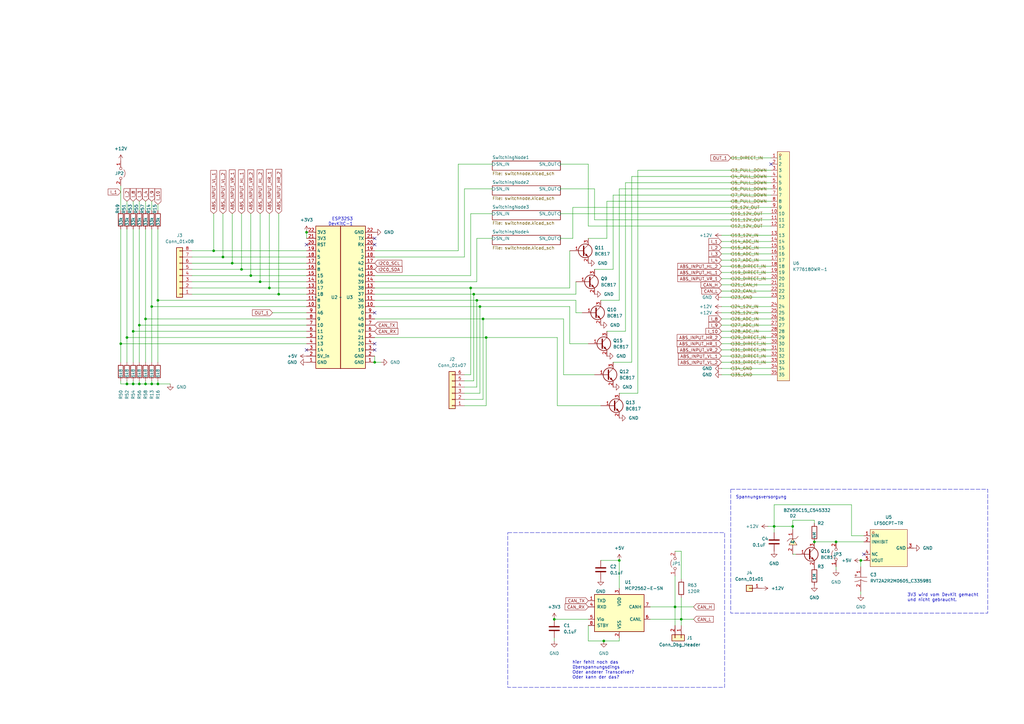
<source format=kicad_sch>
(kicad_sch (version 20250114) (generator "eeschema") (generator_version "9.0")
  (paper "A3")
  (title_block (title "ESPPDM"))
  (rectangle (start 208.28 218.44) (end 297.18 281.94) (stroke (width 0) (type dash)))
  (rectangle (start 299.72 200.66) (end 405.13 251.46) (stroke (width 0) (type dash)))
  (text "3V3 wird vom DevKit gemacht\nund nicht gebraucht." (at 372.11 246.888 0) (effects (font (size 1.27 1.27)) (justify left bottom)))
  (text "hier fehlt noch das\nüberspannungsdings\nOder anderer Transceiver?\nOder kann der das?" (at 234.696 278.638 0) (effects (font (size 1.27 1.27)) (justify left bottom)))
  (text "Spannungsversorgung" (at 301.752 204.724 0) (effects (font (size 1.27 1.27)) (justify left bottom)))
  (text "ESP32S3\nDevKitC-1" (at 144.78 92.71 0) (effects (font (size 1.27 1.27)) (justify right bottom)))
  (junction (at 57.15 157.48))
  (junction (at 95.25 107.95))
  (junction (at 194.31 120.65))
  (junction (at 87.63 102.87))
  (junction (at 353.06 229.87))
  (junction (at 125.73 95.25))
  (junction (at 62.23 157.48))
  (junction (at 106.68 115.57))
  (junction (at 52.07 157.48))
  (junction (at 52.07 138.43))
  (junction (at 199.39 138.43))
  (junction (at 342.9 222.25))
  (junction (at 110.49 118.11))
  (junction (at 59.69 130.81))
  (junction (at 325.12 215.9))
  (junction (at 247.65 262.89))
  (junction (at 54.61 135.89))
  (junction (at 317.5 215.9))
  (junction (at 254 229.87))
  (junction (at 54.61 157.48))
  (junction (at 276.86 248.92))
  (junction (at 279.4 254))
  (junction (at 91.44 105.41))
  (junction (at 195.58 123.19))
  (junction (at 114.3 120.65))
  (junction (at 64.77 157.48))
  (junction (at 334.01 222.25))
  (junction (at 227.33 254))
  (junction (at 49.53 140.97))
  (junction (at 59.69 157.48))
  (junction (at 196.85 125.73))
  (junction (at 57.15 133.35))
  (junction (at 198.12 130.81))
  (junction (at 64.77 123.19))
  (junction (at 193.04 118.11))
  (junction (at 102.87 113.03))
  (junction (at 99.06 110.49))
  (junction (at 62.23 125.73))
  (junction (at 153.67 148.59))
  (no_connect (at 153.67 128.27))
  (no_connect (at 316.23 67.31))
  (no_connect (at 153.67 100.33))
  (no_connect (at 125.73 143.51))
  (no_connect (at 153.67 140.97))
  (no_connect (at 125.73 100.33))
  (no_connect (at 354.33 227.33))
  (no_connect (at 153.67 143.51))
  (no_connect (at 153.67 97.79))
  (wire (pts (xy 316.23 101.6) (xy 295.91 101.6)))
  (wire (pts (xy 195.58 123.19) (xy 153.67 123.19)))
  (wire (pts (xy 49.53 157.48) (xy 49.53 156.21)))
  (wire (pts (xy 276.86 226.06) (xy 279.4 226.06)))
  (wire (pts (xy 198.12 163.83) (xy 198.12 130.81)))
  (wire (pts (xy 193.04 87.63) (xy 201.93 87.63)))
  (wire (pts (xy 54.61 86.36) (xy 54.61 82.55)))
  (wire (pts (xy 190.5 156.21) (xy 194.31 156.21)))
  (wire (pts (xy 87.63 102.87) (xy 125.73 102.87)))
  (wire (pts (xy 110.49 118.11) (xy 125.73 118.11)))
  (wire (pts (xy 295.91 140.97) (xy 316.23 140.97)))
  (wire (pts (xy 317.5 218.44) (xy 317.5 215.9)))
  (wire (pts (xy 190.5 105.41) (xy 190.5 77.47)))
  (wire (pts (xy 57.15 86.36) (xy 57.15 82.55)))
  (wire (pts (xy 91.44 105.41) (xy 125.73 105.41)))
  (wire (pts (xy 78.74 120.65) (xy 114.3 120.65)))
  (wire (pts (xy 153.67 146.05) (xy 153.67 148.59)))
  (wire (pts (xy 62.23 125.73) (xy 62.23 148.59)))
  (wire (pts (xy 54.61 157.48) (xy 54.61 156.21)))
  (wire (pts (xy 276.86 248.92) (xy 276.86 256.54)))
  (wire (pts (xy 316.23 64.77) (xy 299.72 64.77)))
  (wire (pts (xy 231.14 153.67) (xy 243.84 153.67)))
  (wire (pts (xy 254 77.47) (xy 316.23 77.47)))
  (wire (pts (xy 254 229.87) (xy 254 241.3)))
  (wire (pts (xy 196.85 161.29) (xy 196.85 125.73)))
  (wire (pts (xy 62.23 156.21) (xy 62.23 157.48)))
  (wire (pts (xy 316.23 109.22) (xy 295.91 109.22)))
  (wire (pts (xy 316.23 96.52) (xy 295.91 96.52)))
  (wire (pts (xy 78.74 102.87) (xy 87.63 102.87)))
  (wire (pts (xy 279.4 254) (xy 279.4 256.54)))
  (wire (pts (xy 153.67 138.43) (xy 199.39 138.43)))
  (wire (pts (xy 196.85 125.73) (xy 153.67 125.73)))
  (wire (pts (xy 234.95 97.79) (xy 234.95 85.09)))
  (wire (pts (xy 254 123.19) (xy 254 77.47)))
  (wire (pts (xy 57.15 133.35) (xy 57.15 148.59)))
  (wire (pts (xy 236.22 115.57) (xy 236.22 120.65)))
  (wire (pts (xy 187.96 102.87) (xy 187.96 67.31)))
  (wire (pts (xy 78.74 115.57) (xy 106.68 115.57)))
  (wire (pts (xy 190.5 77.47) (xy 201.93 77.47)))
  (wire (pts (xy 49.53 157.48) (xy 52.07 157.48)))
  (wire (pts (xy 317.5 207.01) (xy 349.25 207.01)))
  (wire (pts (xy 236.22 128.27) (xy 238.76 128.27)))
  (wire (pts (xy 316.23 119.38) (xy 295.91 119.38)))
  (wire (pts (xy 228.6 138.43) (xy 228.6 166.37)))
  (wire (pts (xy 233.68 102.87) (xy 233.68 118.11)))
  (wire (pts (xy 276.86 236.22) (xy 276.86 248.92)))
  (wire (pts (xy 52.07 138.43) (xy 52.07 148.59)))
  (wire (pts (xy 279.4 245.11) (xy 279.4 254)))
  (wire (pts (xy 102.87 113.03) (xy 125.73 113.03)))
  (wire (pts (xy 49.53 140.97) (xy 49.53 148.59)))
  (wire (pts (xy 233.68 140.97) (xy 241.3 140.97)))
  (wire (pts (xy 153.67 105.41) (xy 190.5 105.41)))
  (wire (pts (xy 62.23 125.73) (xy 125.73 125.73)))
  (wire (pts (xy 59.69 93.98) (xy 59.69 130.81)))
  (wire (pts (xy 334.01 213.36) (xy 334.01 214.63)))
  (wire (pts (xy 241.3 67.31) (xy 229.87 67.31)))
  (wire (pts (xy 190.5 166.37) (xy 199.39 166.37)))
  (wire (pts (xy 194.31 120.65) (xy 153.67 120.65)))
  (wire (pts (xy 49.53 93.98) (xy 49.53 140.97)))
  (wire (pts (xy 295.91 111.76) (xy 316.23 111.76)))
  (wire (pts (xy 95.25 107.95) (xy 78.74 107.95)))
  (wire (pts (xy 195.58 158.75) (xy 195.58 123.19)))
  (wire (pts (xy 241.3 256.54) (xy 241.3 262.89)))
  (wire (pts (xy 236.22 128.27) (xy 236.22 123.19)))
  (wire (pts (xy 87.63 87.63) (xy 87.63 102.87)))
  (wire (pts (xy 62.23 82.55) (xy 62.23 86.36)))
  (wire (pts (xy 57.15 133.35) (xy 125.73 133.35)))
  (wire (pts (xy 295.91 148.59) (xy 316.23 148.59)))
  (wire (pts (xy 316.23 90.17) (xy 243.84 90.17)))
  (wire (pts (xy 266.7 248.92) (xy 276.86 248.92)))
  (wire (pts (xy 254 161.29) (xy 261.62 161.29)))
  (wire (pts (xy 64.77 123.19) (xy 64.77 148.59)))
  (wire (pts (xy 54.61 135.89) (xy 54.61 148.59)))
  (wire (pts (xy 229.87 97.79) (xy 234.95 97.79)))
  (wire (pts (xy 59.69 130.81) (xy 125.73 130.81)))
  (wire (pts (xy 195.58 97.79) (xy 201.93 97.79)))
  (wire (pts (xy 236.22 123.19) (xy 195.58 123.19)))
  (wire (pts (xy 353.06 242.57) (xy 353.06 243.84)))
  (wire (pts (xy 195.58 115.57) (xy 195.58 97.79)))
  (wire (pts (xy 64.77 83.82) (xy 64.77 86.36)))
  (wire (pts (xy 247.65 262.89) (xy 254 262.89)))
  (wire (pts (xy 57.15 93.98) (xy 57.15 133.35)))
  (wire (pts (xy 125.73 97.79) (xy 125.73 95.25)))
  (wire (pts (xy 316.23 125.73) (xy 295.91 125.73)))
  (wire (pts (xy 243.84 110.49) (xy 251.46 110.49)))
  (wire (pts (xy 198.12 130.81) (xy 231.14 130.81)))
  (wire (pts (xy 236.22 120.65) (xy 194.31 120.65)))
  (wire (pts (xy 316.23 133.35) (xy 295.91 133.35)))
  (wire (pts (xy 91.44 87.63) (xy 91.44 105.41)))
  (wire (pts (xy 316.23 135.89) (xy 295.91 135.89)))
  (wire (pts (xy 261.62 69.85) (xy 261.62 161.29)))
  (wire (pts (xy 106.68 115.57) (xy 125.73 115.57)))
  (wire (pts (xy 334.01 222.25) (xy 342.9 222.25)))
  (wire (pts (xy 316.23 121.92) (xy 295.91 121.92)))
  (wire (pts (xy 91.44 105.41) (xy 78.74 105.41)))
  (wire (pts (xy 187.96 67.31) (xy 201.93 67.31)))
  (wire (pts (xy 241.3 262.89) (xy 247.65 262.89)))
  (wire (pts (xy 62.23 93.98) (xy 62.23 125.73)))
  (wire (pts (xy 99.06 110.49) (xy 78.74 110.49)))
  (wire (pts (xy 256.54 74.93) (xy 256.54 135.89)))
  (wire (pts (xy 52.07 138.43) (xy 125.73 138.43)))
  (wire (pts (xy 316.23 99.06) (xy 295.91 99.06)))
  (wire (pts (xy 194.31 156.21) (xy 194.31 120.65)))
  (wire (pts (xy 261.62 69.85) (xy 316.23 69.85)))
  (wire (pts (xy 114.3 120.65) (xy 114.3 87.63)))
  (wire (pts (xy 234.95 85.09) (xy 316.23 85.09)))
  (wire (pts (xy 190.5 153.67) (xy 193.04 153.67)))
  (wire (pts (xy 316.23 116.84) (xy 295.91 116.84)))
  (wire (pts (xy 316.23 104.14) (xy 295.91 104.14)))
  (wire (pts (xy 57.15 157.48) (xy 59.69 157.48)))
  (wire (pts (xy 259.08 72.39) (xy 316.23 72.39)))
  (wire (pts (xy 317.5 215.9) (xy 317.5 207.01)))
  (wire (pts (xy 193.04 153.67) (xy 193.04 118.11)))
  (wire (pts (xy 229.87 77.47) (xy 243.84 77.47)))
  (wire (pts (xy 49.53 140.97) (xy 125.73 140.97)))
  (wire (pts (xy 62.23 157.48) (xy 59.69 157.48)))
  (wire (pts (xy 153.67 113.03) (xy 193.04 113.03)))
  (wire (pts (xy 325.12 215.9) (xy 325.12 217.17)))
  (wire (pts (xy 59.69 86.36) (xy 59.69 82.55)))
  (wire (pts (xy 231.14 130.81) (xy 231.14 153.67)))
  (wire (pts (xy 106.68 115.57) (xy 106.68 87.63)))
  (wire (pts (xy 64.77 156.21) (xy 64.77 157.48)))
  (wire (pts (xy 190.5 163.83) (xy 198.12 163.83)))
  (wire (pts (xy 54.61 135.89) (xy 125.73 135.89)))
  (wire (pts (xy 243.84 90.17) (xy 243.84 77.47)))
  (wire (pts (xy 276.86 248.92) (xy 284.48 248.92)))
  (wire (pts (xy 114.3 120.65) (xy 125.73 120.65)))
  (wire (pts (xy 153.67 115.57) (xy 195.58 115.57)))
  (wire (pts (xy 349.25 219.71) (xy 354.33 219.71)))
  (wire (pts (xy 316.23 106.68) (xy 295.91 106.68)))
  (wire (pts (xy 251.46 148.59) (xy 259.08 148.59)))
  (wire (pts (xy 64.77 157.48) (xy 69.85 157.48)))
  (wire (pts (xy 248.92 135.89) (xy 256.54 135.89)))
  (wire (pts (xy 248.92 97.79) (xy 241.3 97.79)))
  (wire (pts (xy 54.61 157.48) (xy 57.15 157.48)))
  (wire (pts (xy 227.33 254) (xy 241.3 254)))
  (wire (pts (xy 266.7 254) (xy 279.4 254)))
  (wire (pts (xy 54.61 93.98) (xy 54.61 135.89)))
  (wire (pts (xy 254 262.89) (xy 254 261.62)))
  (wire (pts (xy 102.87 113.03) (xy 78.74 113.03)))
  (wire (pts (xy 233.68 125.73) (xy 233.68 140.97)))
  (wire (pts (xy 59.69 157.48) (xy 59.69 156.21)))
  (wire (pts (xy 295.91 114.3) (xy 316.23 114.3)))
  (wire (pts (xy 316.23 130.81) (xy 295.91 130.81)))
  (wire (pts (xy 110.49 118.11) (xy 78.74 118.11)))
  (wire (pts (xy 57.15 157.48) (xy 57.15 156.21)))
  (wire (pts (xy 190.5 158.75) (xy 195.58 158.75)))
  (wire (pts (xy 199.39 166.37) (xy 199.39 138.43)))
  (wire (pts (xy 316.23 151.13) (xy 295.91 151.13)))
  (wire (pts (xy 227.33 261.62) (xy 227.33 262.89)))
  (wire (pts (xy 153.67 118.11) (xy 193.04 118.11)))
  (wire (pts (xy 325.12 213.36) (xy 325.12 215.9)))
  (wire (pts (xy 95.25 87.63) (xy 95.25 107.95)))
  (wire (pts (xy 153.67 130.81) (xy 198.12 130.81)))
  (wire (pts (xy 316.23 138.43) (xy 295.91 138.43)))
  (wire (pts (xy 246.38 229.87) (xy 254 229.87)))
  (wire (pts (xy 246.38 123.19) (xy 254 123.19)))
  (wire (pts (xy 153.67 102.87) (xy 187.96 102.87)))
  (wire (pts (xy 199.39 138.43) (xy 228.6 138.43)))
  (wire (pts (xy 248.92 82.55) (xy 316.23 82.55)))
  (wire (pts (xy 99.06 87.63) (xy 99.06 110.49)))
  (wire (pts (xy 295.91 146.05) (xy 316.23 146.05)))
  (wire (pts (xy 316.23 153.67) (xy 295.91 153.67)))
  (wire (pts (xy 325.12 227.33) (xy 326.39 227.33)))
  (wire (pts (xy 233.68 125.73) (xy 196.85 125.73)))
  (wire (pts (xy 349.25 207.01) (xy 349.25 219.71)))
  (wire (pts (xy 59.69 130.81) (xy 59.69 148.59)))
  (wire (pts (xy 251.46 80.01) (xy 316.23 80.01)))
  (wire (pts (xy 111.76 128.27) (xy 125.73 128.27)))
  (wire (pts (xy 317.5 215.9) (xy 325.12 215.9)))
  (wire (pts (xy 52.07 93.98) (xy 52.07 138.43)))
  (wire (pts (xy 52.07 157.48) (xy 52.07 156.21)))
  (wire (pts (xy 279.4 254) (xy 284.48 254)))
  (wire (pts (xy 342.9 222.25) (xy 354.33 222.25)))
  (wire (pts (xy 279.4 226.06) (xy 279.4 237.49)))
  (wire (pts (xy 153.67 148.59) (xy 156.21 148.59)))
  (wire (pts (xy 190.5 161.29) (xy 196.85 161.29)))
  (wire (pts (xy 353.06 229.87) (xy 353.06 232.41)))
  (wire (pts (xy 295.91 143.51) (xy 316.23 143.51)))
  (wire (pts (xy 95.25 107.95) (xy 125.73 107.95)))
  (wire (pts (xy 64.77 123.19) (xy 125.73 123.19)))
  (wire (pts (xy 342.9 233.68) (xy 342.9 232.41)))
  (wire (pts (xy 314.96 215.9) (xy 317.5 215.9)))
  (wire (pts (xy 353.06 229.87) (xy 354.33 229.87)))
  (wire (pts (xy 316.23 92.71) (xy 241.3 92.71)))
  (wire (pts (xy 52.07 157.48) (xy 54.61 157.48)))
  (wire (pts (xy 241.3 92.71) (xy 241.3 67.31)))
  (wire (pts (xy 193.04 113.03) (xy 193.04 87.63)))
  (wire (pts (xy 52.07 86.36) (xy 52.07 82.55)))
  (wire (pts (xy 102.87 87.63) (xy 102.87 113.03)))
  (wire (pts (xy 248.92 82.55) (xy 248.92 97.79)))
  (wire (pts (xy 64.77 157.48) (xy 62.23 157.48)))
  (wire (pts (xy 259.08 72.39) (xy 259.08 148.59)))
  (wire (pts (xy 110.49 87.63) (xy 110.49 118.11)))
  (wire (pts (xy 64.77 93.98) (xy 64.77 123.19)))
  (wire (pts (xy 228.6 166.37) (xy 246.38 166.37)))
  (wire (pts (xy 251.46 80.01) (xy 251.46 110.49)))
  (wire (pts (xy 193.04 118.11) (xy 233.68 118.11)))
  (wire (pts (xy 49.53 76.2) (xy 49.53 86.36)))
  (wire (pts (xy 316.23 128.27) (xy 295.91 128.27)))
  (wire (pts (xy 256.54 74.93) (xy 316.23 74.93)))
  (wire (pts (xy 99.06 110.49) (xy 125.73 110.49)))
  (wire (pts (xy 325.12 213.36) (xy 334.01 213.36)))
  (wire (pts (xy 229.87 87.63) (xy 316.23 87.63)))
  (global_label "I_3" (shape input) (at 295.91 104.14 180) (property "Intersheetrefs" "${INTERSHEET_REFS}" (effects (hide yes))))
  (global_label "I_8" (shape input) (at 295.91 130.81 180) (property "Intersheetrefs" "${INTERSHEET_REFS}" (effects (hide yes))))
  (global_label "CAN_RX" (shape input) (at 241.3 248.92 180) (property "Intersheetrefs" "${INTERSHEET_REFS}" (effects (hide yes))))
  (global_label "I_8" (shape input) (at 54.61 82.55 90) (property "Intersheetrefs" "${INTERSHEET_REFS}" (effects (hide yes))))
  (global_label "OUT_1" (shape input) (at 111.76 128.27 180) (property "Intersheetrefs" "${INTERSHEET_REFS}" (effects (hide yes))))
  (global_label "I_3" (shape input) (at 57.15 82.55 90) (property "Intersheetrefs" "${INTERSHEET_REFS}" (effects (hide yes))))
  (global_label "ABS_INPUT_VR_2" (shape input) (at 295.91 143.51 180) (property "Intersheetrefs" "${INTERSHEET_REFS}" (effects (hide yes))))
  (global_label "I_9" (shape input) (at 295.91 133.35 180) (property "Intersheetrefs" "${INTERSHEET_REFS}" (effects (hide yes))))
  (global_label "I_1" (shape input) (at 295.91 99.06 180) (property "Intersheetrefs" "${INTERSHEET_REFS}" (effects (hide yes))))
  (global_label "CAN_L" (shape input) (at 284.48 254 0) (property "Intersheetrefs" "${INTERSHEET_REFS}" (effects (hide yes))))
  (global_label "ABS_INPUT_HL_2" (shape input) (at 295.91 109.22 180) (property "Intersheetrefs" "${INTERSHEET_REFS}" (effects (hide yes))))
  (global_label "ABS_INPUT_HR_1" (shape input) (at 110.49 87.63 90) (property "Intersheetrefs" "${INTERSHEET_REFS}" (effects (hide yes))))
  (global_label "I_10" (shape input) (at 295.91 135.89 180) (property "Intersheetrefs" "${INTERSHEET_REFS}" (effects (hide yes))))
  (global_label "ABS_INPUT_HL_2" (shape input) (at 106.68 87.63 90) (property "Intersheetrefs" "${INTERSHEET_REFS}" (effects (hide yes))))
  (global_label "CAN_H" (shape input) (at 295.91 116.84 180) (property "Intersheetrefs" "${INTERSHEET_REFS}" (effects (hide yes))))
  (global_label "ABS_INPUT_VL_2" (shape input) (at 91.44 87.63 90) (property "Intersheetrefs" "${INTERSHEET_REFS}" (effects (hide yes))))
  (global_label "I_9" (shape input) (at 62.23 82.55 90) (property "Intersheetrefs" "${INTERSHEET_REFS}" (effects (hide yes))))
  (global_label "I_4" (shape input) (at 59.69 82.55 90) (property "Intersheetrefs" "${INTERSHEET_REFS}" (effects (hide yes))))
  (global_label "ABS_INPUT_HR_2" (shape input) (at 295.91 138.43 180) (property "Intersheetrefs" "${INTERSHEET_REFS}" (effects (hide yes))))
  (global_label "I_10" (shape input) (at 64.77 83.82 90) (property "Intersheetrefs" "${INTERSHEET_REFS}" (effects (hide yes))))
  (global_label "I_4" (shape input) (at 295.91 106.68 180) (property "Intersheetrefs" "${INTERSHEET_REFS}" (effects (hide yes))))
  (global_label "ABS_INPUT_HL_1" (shape input) (at 295.91 111.76 180) (property "Intersheetrefs" "${INTERSHEET_REFS}" (effects (hide yes))))
  (global_label "ABS_INPUT_VR_1" (shape input) (at 95.25 87.63 90) (property "Intersheetrefs" "${INTERSHEET_REFS}" (effects (hide yes))))
  (global_label "CAN_RX" (shape input) (at 153.67 135.89 0) (property "Intersheetrefs" "${INTERSHEET_REFS}" (effects (hide yes))))
  (global_label "ABS_INPUT_VL_1" (shape input) (at 87.63 87.63 90) (property "Intersheetrefs" "${INTERSHEET_REFS}" (effects (hide yes))))
  (global_label "I2C0_SCL" (shape input) (at 153.67 107.95 0) (property "Intersheetrefs" "${INTERSHEET_REFS}" (effects (hide yes))))
  (global_label "CAN_L" (shape input) (at 295.91 119.38 180) (property "Intersheetrefs" "${INTERSHEET_REFS}" (effects (hide yes))))
  (global_label "ABS_INPUT_HR_2" (shape input) (at 114.3 87.63 90) (property "Intersheetrefs" "${INTERSHEET_REFS}" (effects (hide yes))))
  (global_label "OUT_1" (shape input) (at 299.72 64.77 180) (property "Intersheetrefs" "${INTERSHEET_REFS}" (effects (hide yes))))
  (global_label "I_1" (shape input) (at 49.53 78.74 180) (property "Intersheetrefs" "${INTERSHEET_REFS}" (effects (hide yes))))
  (global_label "I2C0_SDA" (shape input) (at 153.67 110.49 0) (property "Intersheetrefs" "${INTERSHEET_REFS}" (effects (hide yes))))
  (global_label "ABS_INPUT_VR_1" (shape input) (at 295.91 114.3 180) (property "Intersheetrefs" "${INTERSHEET_REFS}" (effects (hide yes))))
  (global_label "CAN_H" (shape input) (at 284.48 248.92 0) (property "Intersheetrefs" "${INTERSHEET_REFS}" (effects (hide yes))))
  (global_label "ABS_INPUT_VR_2" (shape input) (at 102.87 87.63 90) (property "Intersheetrefs" "${INTERSHEET_REFS}" (effects (hide yes))))
  (global_label "ABS_INPUT_VL_2" (shape input) (at 295.91 148.59 180) (property "Intersheetrefs" "${INTERSHEET_REFS}" (effects (hide yes))))
  (global_label "I_2" (shape input) (at 295.91 101.6 180) (property "Intersheetrefs" "${INTERSHEET_REFS}" (effects (hide yes))))
  (global_label "CAN_TX" (shape input) (at 241.3 246.38 180) (property "Intersheetrefs" "${INTERSHEET_REFS}" (effects (hide yes))))
  (global_label "CAN_TX" (shape input) (at 153.67 133.35 0) (property "Intersheetrefs" "${INTERSHEET_REFS}" (effects (hide yes))))
  (global_label "ABS_INPUT_VL_1" (shape input) (at 295.91 146.05 180) (property "Intersheetrefs" "${INTERSHEET_REFS}" (effects (hide yes))))
  (global_label "I_2" (shape input) (at 52.07 82.55 90) (property "Intersheetrefs" "${INTERSHEET_REFS}" (effects (hide yes))))
  (global_label "ABS_INPUT_HL_1" (shape input) (at 99.06 87.63 90) (property "Intersheetrefs" "${INTERSHEET_REFS}" (effects (hide yes))))
  (global_label "ABS_INPUT_HR_1" (shape input) (at 295.91 140.97 180) (property "Intersheetrefs" "${INTERSHEET_REFS}" (effects (hide yes))))
  (hierarchical_label "25_12V_IN" (shape input) (at 299.72 128.27 0))
  (hierarchical_label "24_12V_IN" (shape input) (at 299.72 125.73 0))
  (hierarchical_label "18_DIRECT_IN" (shape input) (at 299.72 109.22 0))
  (hierarchical_label "17_ADC_IN" (shape input) (at 299.72 106.68 0))
  (hierarchical_label "19_DIRECT_IN" (shape input) (at 299.72 111.76 0))
  (hierarchical_label "20_DIRECT_IN" (shape input) (at 299.72 114.3 0))
  (hierarchical_label "21_CAN_H" (shape input) (at 299.72 116.84 0))
  (hierarchical_label "22_CAN_L" (shape input) (at 299.72 119.38 0))
  (hierarchical_label "23_GND" (shape input) (at 299.72 121.92 0))
  (hierarchical_label "11_12V_OUT" (shape input) (at 299.72 90.17 0))
  (hierarchical_label "12_12V_OUT" (shape input) (at 299.72 92.71 0))
  (hierarchical_label "13_12V_IN" (shape input) (at 299.72 96.52 0))
  (hierarchical_label "9_12V_OUT" (shape input) (at 299.72 85.09 0))
  (hierarchical_label "10_12V_OUT" (shape input) (at 299.72 87.63 0))
  (hierarchical_label "8_PULL_DOWN" (shape input) (at 299.72 82.55 0))
  (hierarchical_label "7_PULL_DOWN" (shape input) (at 299.72 80.01 0))
  (hierarchical_label "4_PULL_DOWN" (shape input) (at 299.72 72.39 0))
  (hierarchical_label "5_PULL_DOWN" (shape input) (at 299.72 74.93 0))
  (hierarchical_label "3_PULL_DOWN" (shape input) (at 299.72 69.85 0))
  (hierarchical_label "6_PULL_DOWN" (shape input) (at 299.72 77.47 0))
  (hierarchical_label "16_ADC_IN" (shape input) (at 299.72 104.14 0))
  (hierarchical_label "1_DIRECT_IN" (shape input) (at 299.72 64.77 0))
  (hierarchical_label "15_ADC_IN" (shape input) (at 299.72 101.6 0))
  (hierarchical_label "14_ADC_IN" (shape input) (at 299.72 99.06 0))
  (hierarchical_label "26_ADC_IN" (shape input) (at 299.72 130.81 0))
  (hierarchical_label "27_ADC_IN" (shape input) (at 299.72 133.35 0))
  (hierarchical_label "28_ADC_IN" (shape input) (at 299.72 135.89 0))
  (hierarchical_label "29_DIRECT_IN" (shape input) (at 299.72 138.43 0))
  (hierarchical_label "30_DIRECT_IN" (shape input) (at 299.72 140.97 0))
  (hierarchical_label "31_DIRECT_IN" (shape input) (at 299.72 143.51 0))
  (hierarchical_label "32_DIRECT_IN" (shape input) (at 299.72 146.05 0))
  (hierarchical_label "34_GND" (shape input) (at 299.72 151.13 0))
  (hierarchical_label "33_DIRECT_IN" (shape input) (at 299.72 148.59 0))
  (hierarchical_label "35_GND" (shape input) (at 299.72 153.67 0))
  (symbol (lib_id "power:GND") (at 227.33 262.89 0) (unit 1)
    (property "Reference" "#PWR043" (effects (hide yes)))
    (property "Value" "GND" (at 227.33 267.97 0))
  )
  (symbol (lib_name "GND_5") (lib_id "power:GND") (at 241.3 107.95 90) (unit 1)
    (property "Reference" "#PWR010" (effects (hide yes)))
    (property "Value" "GND" (at 245.11 107.9499 90) (effects (justify right)))
    (property "Description" "Power symbol creates a global label with name \"GND\" , ground" (effects (hide yes)))
  )
  (symbol (lib_id "Device:R") (at 49.53 152.4 0) (unit 1)
    (property "Reference" "R50" (at 49.53 163.83 90) (effects (justify left)))
    (property "Value" "6k8" (at 49.53 154.94 90) (effects (justify left)))
    (property "Footprint" "Resistor_SMD:R_0603_1608Metric" (effects (hide yes)))
  )
  (symbol (lib_id "custom:esp32-s3-devkitc-1_r") (at 137.16 121.92 180) (unit 1)
    (property "Reference" "U2" (at 137.16 121.92 0))
    (property "Value" "~" (at 129.54 121.92 0))
    (property "Footprint" "Connector_PinSocket_2.54mm:PinSocket_1x22_P2.54mm_Vertical" (effects (hide yes)))
  )
  (symbol (lib_id "Device:R") (at 59.69 90.17 0) (unit 1)
    (property "Reference" "R57" (at 58.42 87.63 90) (effects (justify left)))
    (property "Value" "33k" (at 59.69 92.71 90) (effects (justify left)))
    (property "Footprint" "Resistor_SMD:R_0603_1608Metric" (effects (hide yes)))
  )
  (symbol (lib_id "Device:R") (at 62.23 90.17 0) (unit 1)
    (property "Reference" "R14" (at 60.96 87.63 90) (effects (justify left)))
    (property "Value" "33k" (at 62.23 92.71 90) (effects (justify left)))
    (property "Footprint" "Resistor_SMD:R_0603_1608Metric" (effects (hide yes)))
  )
  (symbol (lib_name "GND_5") (lib_id "power:GND") (at 248.92 146.05 90) (unit 1)
    (property "Reference" "#PWR014" (effects (hide yes)))
    (property "Value" "GND" (at 252.73 146.0499 90) (effects (justify right)))
    (property "Description" "Power symbol creates a global label with name \"GND\" , ground" (effects (hide yes)))
  )
  (symbol (lib_id "Transistor_BJT:BC817") (at 238.76 102.87 0) (unit 1)
    (property "Reference" "Q11" (at 243.84 101.5999 0) (effects (justify left)))
    (property "Value" "BC817" (at 243.84 104.1399 0) (effects (justify left)))
    (property "Footprint" "Package_TO_SOT_SMD:SOT-23" (effects (hide yes)))
    (property "Datasheet" "https://www.onsemi.com/pub/Collateral/BC818-D.pdf" (effects (hide yes)))
    (property "Description" "0.8A Ic, 45V Vce, NPN Transistor, SOT-23" (effects (hide yes)))
  )
  (symbol (lib_id "Device:R") (at 334.01 236.22 0) (unit 1)
    (property "Reference" "R3" (at 335.28 232.41 0) (effects (justify left)))
    (property "Value" "1M" (at 334.01 237.998 90) (effects (justify left)))
    (property "Footprint" "Resistor_SMD:R_0603_1608Metric" (effects (hide yes)))
  )
  (symbol (lib_id "Transistor_BJT:BC817") (at 251.46 166.37 0) (unit 1)
    (property "Reference" "Q13" (at 256.54 165.0999 0) (effects (justify left)))
    (property "Value" "BC817" (at 256.54 167.6399 0) (effects (justify left)))
    (property "Footprint" "Package_TO_SOT_SMD:SOT-23" (effects (hide yes)))
    (property "Datasheet" "https://www.onsemi.com/pub/Collateral/BC818-D.pdf" (effects (hide yes)))
    (property "Description" "0.8A Ic, 45V Vce, NPN Transistor, SOT-23" (effects (hide yes)))
  )
  (symbol (lib_name "GND_3") (lib_id "power:GND") (at 295.91 121.92 270) (unit 1)
    (property "Reference" "#PWR030" (effects (hide yes)))
    (property "Value" "GND" (at 292.1 121.9199 90) (effects (justify right)))
    (property "Description" "Power symbol creates a global label with name \"GND\" , ground" (effects (hide yes)))
  )
  (symbol (lib_id "Device:R") (at 59.69 152.4 0) (unit 1)
    (property "Reference" "R58" (at 59.69 163.83 90) (effects (justify left)))
    (property "Value" "6k8" (at 59.69 154.94 90) (effects (justify left)))
    (property "Footprint" "Resistor_SMD:R_0603_1608Metric" (effects (hide yes)))
  )
  (symbol (lib_id "Device:R") (at 334.01 218.44 0) (unit 1)
    (property "Reference" "R2" (at 335.28 214.63 0) (effects (justify left)))
    (property "Value" "4M" (at 334.01 220.98 90) (effects (justify left)))
    (property "Footprint" "Resistor_SMD:R_0603_1608Metric" (effects (hide yes)))
  )
  (symbol (lib_id "Device:R") (at 64.77 90.17 0) (unit 1)
    (property "Reference" "R15" (at 63.5 87.63 90) (effects (justify left)))
    (property "Value" "33k" (at 64.77 92.71 90) (effects (justify left)))
    (property "Footprint" "Resistor_SMD:R_0603_1608Metric" (effects (hide yes)))
  )
  (symbol (lib_id "power:GND") (at 156.21 148.59 90) (unit 1)
    (property "Reference" "#PWR051" (effects (hide yes)))
    (property "Value" "GND" (at 160.02 148.59 90) (effects (justify right)))
  )
  (symbol (lib_id "Device:R") (at 52.07 90.17 0) (unit 1)
    (property "Reference" "R51" (at 50.8 87.63 90) (effects (justify left)))
    (property "Value" "33k" (at 52.07 92.71 90) (effects (justify left)))
    (property "Footprint" "Resistor_SMD:R_0603_1608Metric" (effects (hide yes)))
  )
  (symbol (lib_name "GND_1") (lib_id "power:GND") (at 295.91 153.67 270) (unit 1)
    (property "Reference" "#PWR028" (effects (hide yes)))
    (property "Value" "GND" (at 292.1 153.6699 90) (effects (justify right)))
    (property "Description" "Power symbol creates a global label with name \"GND\" , ground" (effects (hide yes)))
  )
  (symbol (lib_id "Transistor_BJT:BC817") (at 246.38 140.97 0) (unit 1)
    (property "Reference" "Q15" (at 251.46 139.6999 0) (effects (justify left)))
    (property "Value" "BC817" (at 251.46 142.2399 0) (effects (justify left)))
    (property "Footprint" "Package_TO_SOT_SMD:SOT-23" (effects (hide yes)))
    (property "Datasheet" "https://www.onsemi.com/pub/Collateral/BC818-D.pdf" (effects (hide yes)))
    (property "Description" "0.8A Ic, 45V Vce, NPN Transistor, SOT-23" (effects (hide yes)))
  )
  (symbol (lib_id "power:GND") (at 69.85 157.48 0) (unit 1)
    (property "Reference" "#PWR015" (effects (hide yes)))
    (property "Value" "GND" (at 72.39 158.7499 0) (effects (justify left)))
  )
  (symbol (lib_id "Device:R") (at 62.23 152.4 0) (unit 1)
    (property "Reference" "R13" (at 62.23 163.83 90) (effects (justify left)))
    (property "Value" "6k8" (at 62.23 154.94 90) (effects (justify left)))
    (property "Footprint" "Resistor_SMD:R_0603_1608Metric" (effects (hide yes)))
  )
  (symbol (lib_id "power:GND") (at 342.9 233.68 0) (unit 1)
    (property "Reference" "#PWR016" (effects (hide yes)))
    (property "Value" "GND" (at 342.9 238.76 0))
  )
  (symbol (lib_id "Connector_Generic:Conn_01x01") (at 307.34 241.3 180) (unit 1)
    (property "Reference" "J4" (at 307.34 234.95 0))
    (property "Value" "Conn_01x01" (at 307.34 237.49 0))
    (property "Footprint" "Connector_PinHeader_2.54mm:PinHeader_1x01_P2.54mm_Vertical" (effects (hide yes)))
    (property "Description" "Generic connector, single row, 01x01, script generated (kicad-library-utils/schlib/autogen/connector/)" (effects (hide yes)))
  )
  (symbol (lib_id "power:+12V") (at 295.91 125.73 90) (unit 1)
    (property "Reference" "#PWR031" (effects (hide yes)))
    (property "Value" "+12V" (at 292.1 125.7299 90) (effects (justify left)))
    (property "Description" "Power symbol creates a global label with name \"+12V\"" (effects (hide yes)))
  )
  (symbol (lib_id "power:+5V") (at 254 229.87 0) (unit 1)
    (property "Reference" "#PWR049" (effects (hide yes)))
    (property "Value" "+5V" (at 254 224.79 0))
  )
  (symbol (lib_id "Device:C") (at 246.38 233.68 0) (unit 1)
    (property "Reference" "C2" (at 250.19 232.41 0) (effects (justify left)))
    (property "Value" "0.1uF" (at 250.19 234.95 0) (effects (justify left)))
    (property "Footprint" "Capacitor_SMD:C_0603_1608Metric" (effects (hide yes)))
  )
  (symbol (lib_id "power:+12V") (at 295.91 96.52 90) (unit 1)
    (property "Reference" "#PWR033" (effects (hide yes)))
    (property "Value" "+12V" (at 292.1 96.5199 90) (effects (justify left)))
    (property "Description" "Power symbol creates a global label with name \"+12V\"" (effects (hide yes)))
  )
  (symbol (lib_id "Jumper:Jumper_2_Open") (at 276.86 231.14 90) (unit 1)
    (property "Reference" "JP1" (at 275.59 231.14 90) (effects (justify right)))
    (property "Value" "Jumper_2_Open" (effects (hide yes)))
    (property "Footprint" "Jumper:SolderJumper-2_P1.3mm_Open_Pad1.0x1.5mm" (effects (hide yes)))
  )
  (symbol (lib_id "power:GND") (at 317.5 226.06 0) (unit 1)
    (property "Reference" "#PWR063" (effects (hide yes)))
    (property "Value" "GND" (at 317.5 231.14 0))
  )
  (symbol (lib_id "power:+3V3") (at 227.33 254 0) (unit 1)
    (property "Reference" "#PWR042" (effects (hide yes)))
    (property "Value" "+3V3" (at 227.33 248.92 0))
  )
  (symbol (lib_id "Device:R") (at 57.15 152.4 0) (unit 1)
    (property "Reference" "R56" (at 57.15 163.83 90) (effects (justify left)))
    (property "Value" "6k8" (at 57.15 154.94 90) (effects (justify left)))
    (property "Footprint" "Resistor_SMD:R_0603_1608Metric" (effects (hide yes)))
  )
  (symbol (lib_id "power:GND") (at 374.65 224.79 90) (unit 1)
    (property "Reference" "#PWR066" (effects (hide yes)))
    (property "Value" "GND" (at 378.46 224.7899 90) (effects (justify right)))
  )
  (symbol (lib_id "lcsc:RVT2A2R2M0605_C335981") (at 353.06 237.49 0) (unit 1)
    (property "Reference" "C3" (at 356.87 235.7161 0) (effects (justify left)))
    (property "Value" "RVT2A2R2M0605_C335981" (at 356.87 238.2561 0) (effects (justify left)))
    (property "Footprint" "lcsc:CAP-SMD_BD6.3-L6.6-W6.6-FD" (effects (hide yes)))
    (property "Datasheet" "https://lcsc.com/product-detail/Others_ROQANG-RVT2A2R2M0605_C335981.html" (effects (hide yes)))
    (property "LCSC Part" "C335981" (effects (hide yes)))
  )
  (symbol (lib_id "Connector_Generic:Conn_01x02") (at 279.4 261.62 270) (unit 1)
    (property "Reference" "J1" (at 281.686 261.62 90) (effects (justify left)))
    (property "Value" "Conn_Dbg_Header" (at 270.256 264.414 90) (effects (justify left)))
    (property "Footprint" "Connector_PinHeader_2.54mm:PinHeader_1x02_P2.54mm_Vertical" (effects (hide yes)))
    (property "Description" "Generic connector, single row, 01x02, script generated (kicad-library-utils/schlib/autogen/connector/)" (effects (hide yes)))
  )
  (symbol (lib_id "Transistor_BJT:BC817") (at 241.3 115.57 0) (unit 1)
    (property "Reference" "Q9" (at 246.38 114.2999 0) (effects (justify left)))
    (property "Value" "BC817" (at 246.38 116.8399 0) (effects (justify left)))
    (property "Footprint" "Package_TO_SOT_SMD:SOT-23" (effects (hide yes)))
    (property "Datasheet" "https://www.onsemi.com/pub/Collateral/BC818-D.pdf" (effects (hide yes)))
    (property "Description" "0.8A Ic, 45V Vce, NPN Transistor, SOT-23" (effects (hide yes)))
  )
  (symbol (lib_id "power:+12V") (at 49.53 66.04 0) (unit 1)
    (property "Reference" "#PWR011" (effects (hide yes)))
    (property "Value" "+12V" (at 49.53 60.96 0))
    (property "Description" "Power symbol creates a global label with name \"+12V\"" (effects (hide yes)))
  )
  (symbol (lib_name "+3V3_1") (lib_id "power:+3V3") (at 125.73 95.25 0) (unit 1)
    (property "Reference" "#PWR046" (effects (hide yes)))
    (property "Value" "+3V3" (at 125.73 90.17 0))
    (property "Description" "Power symbol creates a global label with name \"+3V3\"" (effects (hide yes)))
  )
  (symbol (lib_name "GND_5") (lib_id "power:GND") (at 246.38 133.35 90) (unit 1)
    (property "Reference" "#PWR013" (effects (hide yes)))
    (property "Value" "GND" (at 250.19 133.3499 90) (effects (justify right)))
    (property "Description" "Power symbol creates a global label with name \"GND\" , ground" (effects (hide yes)))
  )
  (symbol (lib_name "GND_5") (lib_id "power:GND") (at 243.84 120.65 90) (unit 1)
    (property "Reference" "#PWR09" (effects (hide yes)))
    (property "Value" "GND" (at 247.65 120.6499 90) (effects (justify right)))
    (property "Description" "Power symbol creates a global label with name \"GND\" , ground" (effects (hide yes)))
  )
  (symbol (lib_id "power:+12V") (at 314.96 215.9 90) (unit 1)
    (property "Reference" "#PWR035" (effects (hide yes)))
    (property "Value" "+12V" (at 311.15 215.8999 90) (effects (justify left)))
    (property "Description" "Power symbol creates a global label with name \"+12V\"" (effects (hide yes)))
  )
  (symbol (lib_id "Device:R") (at 57.15 90.17 0) (unit 1)
    (property "Reference" "R55" (at 55.88 87.63 90) (effects (justify left)))
    (property "Value" "33k" (at 57.15 92.71 90) (effects (justify left)))
    (property "Footprint" "Resistor_SMD:R_0603_1608Metric" (effects (hide yes)))
  )
  (symbol (lib_id "Device:R") (at 54.61 152.4 0) (unit 1)
    (property "Reference" "R54" (at 54.61 163.83 90) (effects (justify left)))
    (property "Value" "6k8" (at 54.61 154.94 90) (effects (justify left)))
    (property "Footprint" "Resistor_SMD:R_0603_1608Metric" (effects (hide yes)))
  )
  (symbol (lib_name "GND_5") (lib_id "power:GND") (at 254 171.45 90) (unit 1)
    (property "Reference" "#PWR017" (effects (hide yes)))
    (property "Value" "GND" (at 257.81 171.4499 90) (effects (justify right)))
    (property "Description" "Power symbol creates a global label with name \"GND\" , ground" (effects (hide yes)))
  )
  (symbol (lib_id "Transistor_BJT:BC817") (at 331.47 227.33 0) (unit 1)
    (property "Reference" "Q16" (at 336.55 226.0599 0) (effects (justify left)))
    (property "Value" "BC817" (at 336.55 228.5999 0) (effects (justify left)))
    (property "Footprint" "Package_TO_SOT_SMD:SOT-23" (effects (hide yes)))
    (property "Datasheet" "https://www.onsemi.com/pub/Collateral/BC818-D.pdf" (effects (hide yes)))
    (property "Description" "0.8A Ic, 45V Vce, NPN Transistor, SOT-23" (effects (hide yes)))
    (property "lcsc" "C52801" (effects (hide yes)))
  )
  (symbol (lib_id "power:GND") (at 334.01 240.03 0) (unit 1)
    (property "Reference" "#PWR018" (effects (hide yes)))
    (property "Value" "GND" (at 334.01 245.11 0))
  )
  (symbol (lib_id "Device:C") (at 227.33 257.81 0) (unit 1)
    (property "Reference" "C1" (at 231.14 256.54 0) (effects (justify left)))
    (property "Value" "0.1uF" (at 231.14 259.08 0) (effects (justify left)))
    (property "Footprint" "Capacitor_SMD:C_0603_1608Metric" (effects (hide yes)))
  )
  (symbol (lib_id "Transistor_BJT:BC817") (at 248.92 153.67 0) (unit 1)
    (property "Reference" "Q12" (at 254 152.3999 0) (effects (justify left)))
    (property "Value" "BC817" (at 254 154.9399 0) (effects (justify left)))
    (property "Footprint" "Package_TO_SOT_SMD:SOT-23" (effects (hide yes)))
    (property "Datasheet" "https://www.onsemi.com/pub/Collateral/BC818-D.pdf" (effects (hide yes)))
    (property "Description" "0.8A Ic, 45V Vce, NPN Transistor, SOT-23" (effects (hide yes)))
  )
  (symbol (lib_id "Connector_Generic:Conn_01x06") (at 185.42 161.29 180) (unit 1)
    (property "Reference" "J2" (at 185.42 147.32 0))
    (property "Value" "Conn_01x07" (at 185.42 149.86 0))
    (property "Footprint" "Connector_PinSocket_2.54mm:PinSocket_1x06_P2.54mm_Vertical" (effects (hide yes)))
    (property "Description" "Generic connector, single row, 01x06, script generated (kicad-library-utils/schlib/autogen/connector/)" (effects (hide yes)))
  )
  (symbol (lib_id "power:GND") (at 246.38 237.49 0) (unit 1)
    (property "Reference" "#PWR044" (effects (hide yes)))
    (property "Value" "GND" (at 246.38 242.57 0))
  )
  (symbol (lib_id "Device:R") (at 64.77 152.4 0) (unit 1)
    (property "Reference" "R16" (at 64.77 163.83 90) (effects (justify left)))
    (property "Value" "6k8" (at 64.77 154.94 90) (effects (justify left)))
    (property "Footprint" "Resistor_SMD:R_0603_1608Metric" (effects (hide yes)))
  )
  (symbol (lib_id "Device:C") (at 317.5 222.25 0) (unit 1)
    (property "Reference" "C4" (at 312.42 220.98 0) (effects (justify left)))
    (property "Value" "0.1uF" (at 308.61 223.52 0) (effects (justify left)))
    (property "Footprint" "Capacitor_SMD:C_0603_1608Metric" (effects (hide yes)))
  )
  (symbol (lib_id "Device:R") (at 49.53 90.17 0) (unit 1)
    (property "Reference" "R49" (at 48.26 87.63 90) (effects (justify left)))
    (property "Value" "33k" (at 49.53 92.71 90) (effects (justify left)))
    (property "Footprint" "Resistor_SMD:R_0603_1608Metric" (effects (hide yes)))
  )
  (symbol (lib_id "lcsc:BZV55C15_C545332") (at 325.12 222.25 270) (unit 1)
    (property "Reference" "D2" (at 323.85 211.582 90) (effects (justify left)))
    (property "Value" "BZV55C15_C545332" (at 321.31 209.296 90) (effects (justify left)))
    (property "Footprint" "lcsc:SOD-80_L3.5-W1.5-RD" (effects (hide yes)))
    (property "Datasheet" "https://lcsc.com/product-detail/Zener-Diodes_LGE-BZV55C15_C545332.html" (effects (hide yes)))
    (property "LCSC Part" "C545332" (effects (hide yes)))
  )
  (symbol (lib_id "Interface_CAN_LIN:MCP2562-E-SN") (at 254 251.46 0) (unit 1)
    (property "Reference" "U1" (at 256.1941 238.76 0) (effects (justify left)))
    (property "Value" "MCP2562-E-SN" (at 256.1941 241.3 0) (effects (justify left)))
    (property "Footprint" "Package_SO:SOIC-8_3.9x4.9mm_P1.27mm" (effects (hide yes)))
    (property "Datasheet" "http://ww1.microchip.com/downloads/en/DeviceDoc/25167A.pdf" (effects (hide yes)))
    (property "lcsc" "C53609" (effects (hide yes)))
  )
  (symbol (lib_id "power:+12V") (at 312.42 241.3 270) (unit 1)
    (property "Reference" "#PWR012" (effects (hide yes)))
    (property "Value" "+12V" (at 316.23 241.2999 90) (effects (justify left)))
    (property "Description" "Power symbol creates a global label with name \"+12V\"" (effects (hide yes)))
  )
  (symbol (lib_name "GND_2") (lib_id "power:GND") (at 295.91 151.13 270) (unit 1)
    (property "Reference" "#PWR029" (effects (hide yes)))
    (property "Value" "GND" (at 292.1 151.1299 90) (effects (justify right)))
    (property "Description" "Power symbol creates a global label with name \"GND\" , ground" (effects (hide yes)))
  )
  (symbol (lib_id "Device:R") (at 54.61 90.17 0) (unit 1)
    (property "Reference" "R53" (at 53.34 87.63 90) (effects (justify left)))
    (property "Value" "33k" (at 54.61 92.71 90) (effects (justify left)))
    (property "Footprint" "Resistor_SMD:R_0603_1608Metric" (effects (hide yes)))
  )
  (symbol (lib_id "Jumper:Jumper_2_Open") (at 49.53 71.12 270) (unit 1)
    (property "Reference" "JP2" (at 50.8 71.12 90) (effects (justify right)))
    (property "Value" "VCC_as_Pin_8" (effects (hide yes)))
    (property "Footprint" "Jumper:SolderJumper-2_P1.3mm_Open_Pad1.0x1.5mm" (effects (hide yes)))
  )
  (symbol (lib_id "power:GND") (at 247.65 262.89 0) (unit 1)
    (property "Reference" "#PWR045" (effects (hide yes)))
    (property "Value" "GND" (at 247.65 267.97 0))
  )
  (symbol (lib_id "custom:esp32-s3-devkitc-1_l") (at 147.32 121.92 180) (unit 1)
    (property "Reference" "U3" (at 144.78 121.92 0) (effects (justify left)))
    (property "Value" "~" (at 139.7 121.92 0))
    (property "Footprint" "Connector_PinSocket_2.54mm:PinSocket_1x22_P2.54mm_Vertical" (effects (hide yes)))
  )
  (symbol (lib_id "Connector_Generic:Conn_01x08") (at 73.66 113.03 180) (unit 1)
    (property "Reference" "J3" (at 73.66 96.52 0))
    (property "Value" "Conn_01x08" (at 73.66 99.06 0))
    (property "Footprint" "Connector_PinSocket_2.54mm:PinSocket_1x08_P2.54mm_Vertical" (effects (hide yes)))
    (property "Description" "Generic connector, single row, 01x08, script generated (kicad-library-utils/schlib/autogen/connector/)" (effects (hide yes)))
  )
  (symbol (lib_id "power:+12V") (at 295.91 128.27 90) (unit 1)
    (property "Reference" "#PWR032" (effects (hide yes)))
    (property "Value" "+12V" (at 292.1 128.2699 90) (effects (justify left)))
    (property "Description" "Power symbol creates a global label with name \"+12V\"" (effects (hide yes)))
  )
  (symbol (lib_id "power:GND") (at 125.73 148.59 270) (unit 1)
    (property "Reference" "#PWR048" (effects (hide yes)))
    (property "Value" "GND" (at 121.92 148.59 90) (effects (justify right)))
  )
  (symbol (lib_id "Jumper:Jumper_2_Open") (at 342.9 227.33 90) (unit 1)
    (property "Reference" "JP3" (at 341.63 227.33 90) (effects (justify right)))
    (property "Value" "Jumper_2_Open" (effects (hide yes)))
    (property "Footprint" "Jumper:SolderJumper-2_P1.3mm_Open_Pad1.0x1.5mm" (effects (hide yes)))
  )
  (symbol (lib_id "Transistor_BJT:BC817") (at 243.84 128.27 0) (unit 1)
    (property "Reference" "Q10" (at 248.92 126.9999 0) (effects (justify left)))
    (property "Value" "BC817" (at 248.92 129.5399 0) (effects (justify left)))
    (property "Footprint" "Package_TO_SOT_SMD:SOT-23" (effects (hide yes)))
    (property "Datasheet" "https://www.onsemi.com/pub/Collateral/BC818-D.pdf" (effects (hide yes)))
    (property "Description" "0.8A Ic, 45V Vce, NPN Transistor, SOT-23" (effects (hide yes)))
  )
  (symbol (lib_id "power:+5V") (at 353.06 229.87 90) (unit 1)
    (property "Reference" "#PWR055" (effects (hide yes)))
    (property "Value" "+5V" (at 349.25 229.87 90) (effects (justify left)))
  )
  (symbol (lib_id "lcsc:LF50CPT-TR") (at 364.49 224.79 0) (unit 1)
    (property "Reference" "U5" (at 364.49 212.09 0))
    (property "Value" "LF50CPT-TR" (at 364.49 214.63 0))
    (property "Footprint" "lcsc:PPAK-5_L6.5-W6.1-P1.27-LS10.0-TL" (effects (hide yes)))
    (property "LCSC Part" "C2970955" (effects (hide yes)))
  )
  (symbol (lib_id "lcsc:K776180WR-1") (at 318.77 110.49 0) (unit 1)
    (property "Reference" "U6" (at 325.12 107.9499 0) (effects (justify left)))
    (property "Value" "K776180WR-1" (at 325.12 110.4899 0) (effects (justify left)))
    (property "Footprint" "lcsc:CONN-TH_35P-P4.00_K776180WR-2" (effects (hide yes)))
    (property "LCSC Part" "C2997462" (effects (hide yes)))
  )
  (symbol (lib_id "power:GND") (at 153.67 95.25 90) (unit 1)
    (property "Reference" "#PWR050" (effects (hide yes)))
    (property "Value" "GND" (at 157.48 95.25 90) (effects (justify right)))
  )
  (symbol (lib_id "power:GND") (at 353.06 243.84 0) (unit 1)
    (property "Reference" "#PWR064" (effects (hide yes)))
    (property "Value" "GND" (at 353.06 248.92 0))
  )
  (symbol (lib_id "power:+5V") (at 125.73 146.05 90) (unit 1)
    (property "Reference" "#PWR047" (effects (hide yes)))
    (property "Value" "+5V" (at 121.92 146.05 90) (effects (justify left)))
  )
  (symbol (lib_id "Device:R") (at 279.4 241.3 0) (unit 1)
    (property "Reference" "R63" (at 281.94 240.03 0) (effects (justify left)))
    (property "Value" "120R" (at 281.94 242.57 0) (effects (justify left)))
    (property "Footprint" "Resistor_SMD:R_0603_1608Metric" (effects (hide yes)))
  )
  (symbol (lib_name "GND_5") (lib_id "power:GND") (at 251.46 158.75 90) (unit 1)
    (property "Reference" "#PWR019" (effects (hide yes)))
    (property "Value" "GND" (at 255.27 158.7499 90) (effects (justify right)))
    (property "Description" "Power symbol creates a global label with name \"GND\" , ground" (effects (hide yes)))
  )
  (symbol (lib_id "Device:R") (at 52.07 152.4 0) (unit 1)
    (property "Reference" "R52" (at 52.07 163.83 90) (effects (justify left)))
    (property "Value" "6k8" (at 52.07 154.94 90) (effects (justify left)))
    (property "Footprint" "Resistor_SMD:R_0603_1608Metric" (effects (hide yes)))
  )
  (sheet (at 201.93 86.36) (size 27.94 3.81) (stroke (width 0.1524))
    (property "Sheetname" "SwitchingNode3" (at 201.93 85.6484 0) (effects (justify left bottom)))
    (property "Sheetfile" "switchnode.kicad_sch" (at 201.93 90.7546 0) (effects (justify left top)))
    (pin "SN_IN" input (at 201.93 87.63 180))
    (pin "SN_OUT" input (at 229.87 87.63 0))
  )
  (sheet (at 201.93 96.52) (size 27.94 3.81) (stroke (width 0.1524))
    (property "Sheetname" "SwitchingNode4" (at 201.93 95.8084 0) (effects (justify left bottom)))
    (property "Sheetfile" "switchnode.kicad_sch" (at 201.93 100.9146 0) (effects (justify left top)))
    (pin "SN_IN" input (at 201.93 97.79 180))
    (pin "SN_OUT" input (at 229.87 97.79 0))
  )
  (sheet (at 201.93 76.2) (size 27.94 3.81) (stroke (width 0.1524))
    (property "Sheetname" "SwitchingNode2" (at 201.93 75.4884 0) (effects (justify left bottom)))
    (property "Sheetfile" "switchnode.kicad_sch" (at 201.93 80.5946 0) (effects (justify left top)))
    (pin "SN_IN" input (at 201.93 77.47 180))
    (pin "SN_OUT" input (at 229.87 77.47 0))
  )
  (sheet (at 201.93 66.04) (size 27.94 3.81) (stroke (width 0.1524))
    (property "Sheetname" "SwitchingNode1" (at 201.93 65.3284 0) (effects (justify left bottom)))
    (property "Sheetfile" "switchnode.kicad_sch" (at 201.93 70.4346 0) (effects (justify left top)))
    (pin "SN_IN" input (at 201.93 67.31 180))
    (pin "SN_OUT" input (at 229.87 67.31 0))
  )
)
</source>
